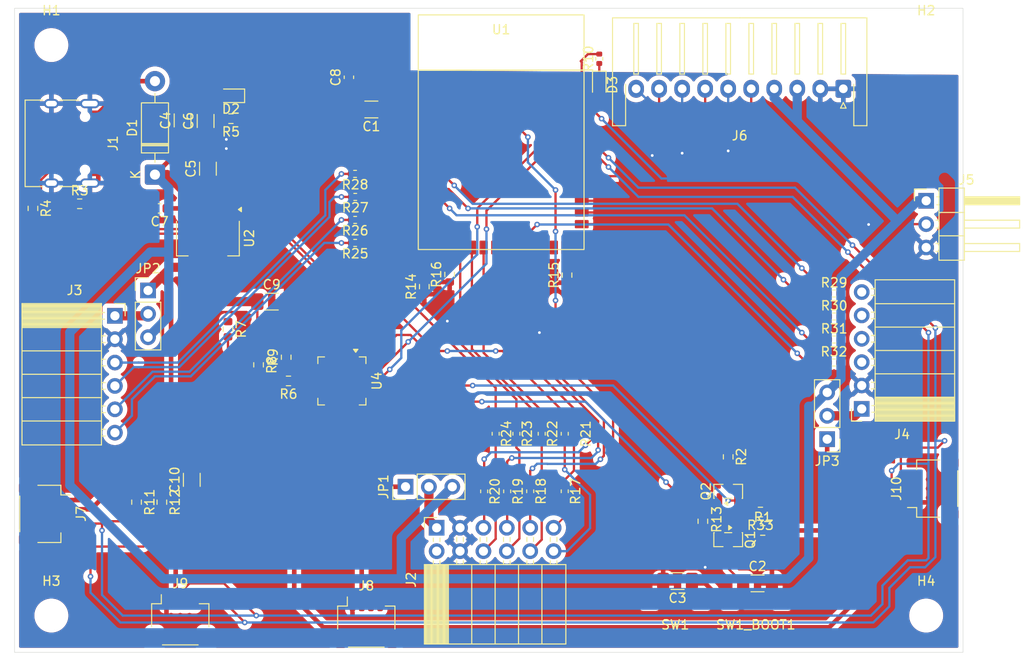
<source format=kicad_pcb>
(kicad_pcb (version 20241229) (generator "pcbnew") (generator_version "9.0")
  (layers (0 "F.Cu" signal) (2 "B.Cu" signal) (13 "F.Paste" user) (15 "B.Paste" user) (5 "F.SilkS" user "F.Silkscreen") (7 "B.SilkS" user "B.Silkscreen") (1 "F.Mask" user) (3 "B.Mask" user) (25 "Edge.Cuts" user))
  (net 0 "")
  (net 1 "+3V3")
  (net 2 "GND")
  (net 3 "/CHIP_PU")
  (net 4 "/GPIO0")
  (net 5 "+5V")
  (net 6 "VUSB")
  (net 7 "Net-(D2-A)")
  (net 8 "Net-(D3-K)")
  (net 9 "Net-(D3-A)")
  (net 10 "Net-(J1-CC2)")
  (net 12 "/USB_DP")
  (net 13 "/USB_DN")
  (net 14 "Net-(J1-CC1)")
  (net 16 "Net-(J2-Pin_7)")
  (net 17 "Net-(J2-Pin_8)")
  (net 18 "Net-(J2-Pin_12)")
  (net 19 "Net-(J2-Pin_2)")
  (net 20 "Net-(J2-Pin_3)")
  (net 21 "Net-(J2-Pin_1)")
  (net 22 "Net-(J2-Pin_4)")
  (net 23 "Net-(J2-Pin_9)")
  (net 24 "Net-(J2-Pin_10)")
  (net 25 "Net-(J3-Pin_3)")
  (net 26 "Net-(J3-Pin_1)")
  (net 27 "Net-(J3-Pin_2)")
  (net 28 "Net-(J3-Pin_4)")
  (net 29 "Net-(J4-Pin_2)")
  (net 30 "Net-(J4-Pin_1)")
  (net 31 "Net-(J4-Pin_4)")
  (net 32 "Net-(J4-Pin_3)")
  (net 33 "/SMART_LEDS")
  (net 34 "/DISPLAY_CS")
  (net 35 "/DISPLAY_EX1")
  (net 36 "/DISPLAY_MISO")
  (net 37 "/DISPLAY_EX2")
  (net 38 "/DISPLAY_MOSI")
  (net 39 "/DISPLAY_CLK")
  (net 40 "/I2C_SDA")
  (net 41 "/I2C_SCL")
  (net 42 "/DTR")
  (net 43 "/RTS")
  (net 44 "Net-(U4-~{SUSPEND})")
  (net 45 "Net-(U4-VBUS)")
  (net 46 "Net-(U4-~{RST})")
  (net 47 "Net-(U1-IO03-PD)")
  (net 48 "Net-(U1-IO45-PD)")
  (net 49 "Net-(U1-IO46-PD)")
  (net 50 "/PMOD0_IO1")
  (net 51 "/PMOD0_IO2")
  (net 52 "/PMOD0_IO3")
  (net 53 "/PMOD0_IO4")
  (net 54 "/PMOD0_IO7")
  (net 55 "/PMOD0_IO8")
  (net 56 "/PMOD0_IO9")
  (net 57 "/PMOD0_IO10")
  (net 58 "/PMOD1_IO1")
  (net 59 "/PMOD1_IO2")
  (net 60 "/PMOD1_IO3")
  (net 61 "/PMOD1_IO4")
  (net 62 "/PMOD2_IO1")
  (net 63 "/PMOD2_IO2")
  (net 64 "/PMOD2_IO3")
  (net 65 "/PMOD2_IO4")
  (net 74 "/ESP_TX_CP_RX")
  (net 75 "/ESP_RX_CP_TX")
  (net 92 "Net-(J3-Pin_6)")
  (net 93 "Net-(J4-Pin_6)")
  (net 94 "5V")
  (net 95 "Net-(Q1-B)")
  (net 96 "Net-(Q2-B)")
  (footprint "Conn_PMOD:PinSocket_PMOD_Half" (layer "F.Cu") (at 137 99.54 180)
    (property "Reference" "J4")
    (property "Value" "Conn_01x06")
  )
  (footprint "Connector_JST:JST_XH_S10B-XH-A-1_1x10_P2.50mm_Horizontal" (layer "F.Cu") (at 135 64.75 180)
    (property "Reference" "J6")
    (property "Value" "Conn_01x10")
  )
  (footprint "Diode_THT:D_DO-41_SOD81_P10.16mm_Horizontal" (layer "F.Cu") (at 60.25 74.08 90)
    (property "Reference" "D1")
    (property "Value" "1N5819")
  )
  (footprint "Connector_USB:USB_C_Receptacle_HRO_TYPE-C-31-M-12" (layer "F.Cu") (at 50.05 70.68 -90)
    (property "Reference" "J1")
    (property "Value" "USB_C_Receptacle_USB2.0_16P")
  )
  (footprint "Resistor_SMD:R_0603_1608Metric" (layer "F.Cu") (at 126 110.75 180)
    (property "Reference" "R33")
    (property "Value" "10k")
  )
  (footprint "Resistor_SMD:R_0402_1005Metric" (layer "F.Cu") (at 96 108.5 -90)
    (property "Reference" "R20")
    (property "Value" "220R")
  )
  (footprint "Capacitor_SMD:C_1206_3216Metric_Pad1.33x1.80mm_HandSolder" (layer "F.Cu") (at 63.25 68.1875 90)
    (property "Reference" "C4")
    (property "Value" "10u")
  )
  (footprint "Resistor_SMD:R_0402_1005Metric" (layer "F.Cu") (at 108.5 61.49 90)
    (property "Reference" "R10")
    (property "Value" "220R")
  )
  (footprint "Resistor_SMD:R_0402_1005Metric" (layer "F.Cu") (at 98.5 108.5 -90)
    (property "Reference" "R19")
    (property "Value" "220R")
  )
  (footprint "Package_DFN_QFN:QFN-28-1EP_5x5mm_P0.5mm_EP3.35x3.35mm" (layer "F.Cu") (at 80.55 96.5 -90)
    (property "Reference" "U4")
    (property "Value" "CP2102N-Axx-xQFN28")
  )
  (footprint "Conn_PMOD:PinSocket_PMOD_Half" (layer "F.Cu") (at 55.9 89.425)
    (property "Reference" "J3")
    (property "Value" "Conn_01x06")
  )
  (footprint "Connector_JST:JST_SH_SM04B-SRSS-TB_1x04-1MP_P1.00mm_Horizontal" (layer "F.Cu") (at 144.75 108.2 90)
    (property "Reference" "J10")
    (property "Value" "Conn_01x04")
  )
  (footprint "Resistor_SMD:R_0603_1608Metric" (layer "F.Cu") (at 105 85 90)
    (property "Reference" "R15")
    (property "Value" "10k")
  )
  (footprint "Conn_PMOD:PinSocket_PMOD_Full" (layer "F.Cu") (at 103.84 123.46 -90)
    (property "Reference" "J2")
    (property "Value" "PMOD0_FULL")
  )
  (footprint "Capacitor_SMD:C_1206_3216Metric_Pad1.33x1.80mm_HandSolder" (layer "F.Cu") (at 65.75 68.25 90)
    (property "Reference" "C6")
    (property "Value" "10u")
  )
  (footprint "MountingHole:MountingHole_3.2mm_M3_DIN965" (layer "F.Cu") (at 49 60)
    (property "Reference" "H1")
    (property "Value" "MountingHole")
  )
  (footprint "Resistor_SMD:R_0402_1005Metric" (layer "F.Cu") (at 101 108.49 -90)
    (property "Reference" "R18")
    (property "Value" "220R")
  )
  (footprint "Resistor_SMD:R_0603_1608Metric" (layer "F.Cu") (at 74.75 96.5 180)
    (property "Reference" "R6")
    (property "Value" "10k")
  )
  (footprint "Capacitor_SMD:C_0603_1608Metric" (layer "F.Cu") (at 60.75 77.75 180)
    (property "Reference" "C7")
    (property "Value" "100n")
  )
  (footprint "Package_TO_SOT_SMD:SOT-223-3_TabPin2" (layer "F.Cu") (at 66 81 -90)
    (property "Reference" "U2")
    (property "Value" "SGM2212-3.3XKC3G")
  )
  (footprint "Resistor_SMD:R_0402_1005Metric" (layer "F.Cu") (at 104.75 102.24 -90)
    (property "Reference" "R21")
    (property "Value" "220R")
  )
  (footprint "Capacitor_SMD:C_1206_3216Metric_Pad1.33x1.80mm_HandSolder" (layer "F.Cu") (at 66 73.4375 90)
    (property "Reference" "C5")
    (property "Value" "10u")
  )
  (footprint "Resistor_SMD:R_0603_1608Metric" (layer "F.Cu") (at 58.25 109.675 -90)
    (property "Reference" "R11")
    (property "Value" "5k1")
  )
  (footprint "Connector_JST:JST_SH_SM04B-SRSS-TB_1x04-1MP_P1.00mm_Horizontal" (layer "F.Cu") (at 83.2 122.75)
    (property "Reference" "J8")
    (property "Value" "Conn_01x04")
  )
  (footprint "Resistor_SMD:R_0603_1608Metric" (layer "F.Cu") (at 68.5 68 180)
    (property "Reference" "R5")
    (property "Value" "5k1")
  )
  (footprint "Connector_PinHeader_2.54mm:PinHeader_1x03_P2.54mm_Vertical" (layer "F.Cu") (at 133.25 102.83 180)
    (property "Reference" "JP3")
    (property "Value" "Jumper_3_Open")
  )
  (footprint "Resistor_SMD:R_0603_1608Metric" (layer "F.Cu") (at 68.18 90.88 -90)
    (property "Reference" "R7")
    (property "Value" "22.1k")
  )
  (footprint "RKL-ESP:ESP32-S3-WROOM" (layer "F.Cu") (at 97.845 64.22)
    (property "Reference" "U1")
    (property "Value" "ESP32-S3-WROOM")
  )
  (footprint "Resistor_SMD:R_0402_1005Metric" (layer "F.Cu") (at 97.25 102.24 -90)
    (property "Reference" "R24")
    (property "Value" "220R")
  )
  (footprint "Connector_JST:JST_SH_SM04B-SRSS-TB_1x04-1MP_P1.00mm_Horizontal" (layer "F.Cu") (at 63 122.5)
    (property "Reference" "J9")
    (property "Value" "Conn_01x04")
  )
  (footprint "Resistor_SMD:R_0402_1005Metric" (layer "F.Cu") (at 81.98 74 180)
    (property "Reference" "R28")
    (property "Value" "220R")
  )
  (footprint "Resistor_SMD:R_0402_1005Metric" (layer "F.Cu") (at 81.99 79 180)
    (property "Reference" "R26")
    (property "Value" "220R")
  )
  (footprint "Resistor_SMD:R_0402_1005Metric" (layer "F.Cu") (at 81.99 81.5 180)
    (property "Reference" "R25")
    (property "Value" "220R")
  )
  (footprint "RKL-ElectroMechanicalComponents:Tactile_switch" (layer "F.Cu") (at 125.5 122.5)
    (property "Reference" "SW1_BOOT1")
    (property "Value" "SW")
  )
  (footprint "Capacitor_SMD:C_1206_3216Metric_Pad1.33x1.80mm_HandSolder" (layer "F.Cu") (at 83.75 67 180)
    (property "Reference" "C1")
    (property "Value" "10u")
  )
  (footprint "Resistor_SMD:R_0402_1005Metric" (layer "F.Cu") (at 133.99 94.5)
    (property "Reference" "R32")
    (property "Value" "220R")
  )
  (footprint "Resistor_SMD:R_0402_1005Metric" (layer "F.Cu") (at 102.25 102.24 -90)
    (property "Reference" "R22")
    (property "Value" "220R")
  )
  (footprint "Connector_JST:JST_SH_SM04B-SRSS-TB_1x04-1MP_P1.00mm_Horizontal" (layer "F.Cu") (at 48.25 110.95 -90)
    (property "Reference" "J7")
    (property "Value" "Conn_01x04")
  )
  (footprint "Resistor_SMD:R_0603_1608Metric" (layer "F.Cu") (at 74.5 93.925 90)
    (property "Reference" "R9")
    (property "Value" "1k")
  )
  (footprint "LED_SMD:LED_0603_1608Metric" (layer "F.Cu") (at 108.5 64.325 -90)
    (property "Reference" "D3")
    (property "Value" "LED")
  )
  (footprint "Resistor_SMD:R_0603_1608Metric" (layer "F.Cu") (at 52.075 77.25)
    (property "Reference" "R3")
    (property "Value" "5k1")
  )
  (footprint "MountingHole:MountingHole_3.2mm_M3_DIN965" (layer "F.Cu") (at 144 122)
    (property "Reference" "H4")
    (property "Value" "MountingHole")
  )
  (footprint "Package_TO_SOT_SMD:SOT-23" (layer "F.Cu") (at 122.5 108.5 90)
    (property "Reference" "Q2")
    (property "Value" "L8080PLT1G")
  )
  (footprint "Resistor_SMD:R_0402_1005Metric" (layer "F.Cu") (at 134.01 92)
    (property "Reference" "R31")
    (property "Value" "220R")
  )
  (footprint "RKL-ElectroMechanicalComponents:Tactile_switch" (layer "F.Cu") (at 116.75 122.5)
    (property "Reference" "SW1")
    (property "Value" "SW")
  )
  (footprint "Resistor_SMD:R_0603_1608Metric" (layer "F.Cu") (at 47 77.75 -90)
    (property "Reference" "R4")
    (property "Value" "5k1")
  )
  (footprint "Resistor_SMD:R_0603_1608Metric" (layer "F.Cu") (at 71.5 94.75 -90)
    (property "Reference" "R8")
    (property "Value" "47.5k")
  )
  (footprint "Resistor_SMD:R_0402_1005Metric" (layer "F.Cu") (at 104.75 108.49 -90)
    (property "Reference" "R17")
    (property "Value" "220R")
  )
  (footprint "Resistor_SMD:R_0402_1005Metric" (layer "F.Cu") (at 82 76.5 180)
    (property "Reference" "R27")
    (property "Value" "220R")
  )
  (footprint "Resistor_SMD:R_0603_1608Metric" (layer "F.Cu") (at 89.5 86.25 90)
    (property "Reference" "R14")
    (property "Value" "10k")
  )
  (footprint "Resistor_SMD:R_0603_1608Metric" (layer "F.Cu") (at 122.5 104.75 -90)
    (property "Reference" "R2")
    (property "Value" "10k")
  )
  (footprint "Resistor_SMD:R_0402_1005Metric" (layer "F.Cu") (at 134.01 89.5)
    (property "Reference" "R30")
    (property "Value" "220R")
  )
  (footprint "Resistor_SMD:R_0603_1608Metric" (layer "F.Cu") (at 61 109.675 -90)
    (property "Reference" "R12")
    (property "Value" "5k1")
  )
  (footprint "Capacitor_SMD:C_1206_3216Metric_Pad1.33x1.80mm_HandSolder" (layer "F.Cu") (at 72.93 87.88)
    (property "Reference" "C9")
    (property "Value" "10u")
  )
  (footprint "Capacitor_SMD:C_1206_3216Metric_Pad1.33x1.80mm_HandSolder" (layer "F.Cu") (at 64.25 107.25 90)
    (property "Reference" "C10")
    (property "Value" "10u")
  )
  (footprint "Connector_PinHeader_2.54mm:PinHeader_1x03_P2.54mm_Vertical" (layer "F.Cu") (at 59.5 86.67)
    (property "Reference" "JP2")
    (property "Value" "Jumper_3_Open")
  )
  (footprint "Resistor_SMD:R_0402_1005Metric" (layer "F.Cu") (at 99.5 102.24 -90)
    (property "Reference" "R23")
    (property "Value" "220R")
  )
  (footprint "Connector_PinHeader_2.54mm:PinHeader_1x03_P2.54mm_Vertical" (layer "F.Cu") (at 87.46 108 90)
    (property "Reference" "JP1")
    (property "Value" "Jumper_3_Open")
  )
  (footprint "Resistor_SMD:R_0603_1608Metric" (layer "F.Cu") (at 126.25 112.75)
    (property "Reference" "R1")
    (property "Value" "10k")
  )
  (footprint "Package_TO_SOT_SMD:SOT-23" (layer "F.Cu") (at 122.5 113.75 -90)
    (property "Reference" "Q1")
    (property "Value" "L8080PLT1G")
  )
  (footprint "Resistor_SMD:R_0603_1608Metric" (layer "F.Cu") (at 92.25 84.925 90)
    (property "Reference" "R16")
    (property "Value" "10k")
  )
  (footprint "MountingHole:MountingHole_3.2mm_M3_DIN965" (layer "F.Cu") (at 144 60)
    (property "Reference" "H2")
    (property "Value" "MountingHole")
  )
  (footprint "Capacitor_SMD:C_1206_3216Metric_Pad1.33x1.80mm_HandSolder" (layer "F.Cu") (at 117 118.25 180)
    (property "Reference" "C3")
    (property "Value" "1u")
  )
  (footprint "Resistor_SMD:R_0402_1005Metric" (layer "F.Cu") (at 134 87)
    (property "Reference" "R29")
    (property "Value" "220R")
  )
  (footprint "Capacitor_SMD:C_1206_3216Metric_Pad1.33x1.80mm_HandSolder" (layer "F.Cu") (at 125.6875 118.5)
    (property "Reference" "C2")
    (property "Value" "1u")
  )
  (footprint "Connector_PinHeader_2.54mm:PinHeader_1x03_P2.54mm_Horizontal" (layer "F.Cu") (at 144 76.92)
    (property "Reference" "J5")
    (property "Value" "Conn_01x03_Pin")
  )
  (footprint "Resistor_SMD:R_0603_1608Metric" (layer "F.Cu") (at 119.75 111.75 -90)
    (property "Reference" "R13")
    (property "Value" "10k")
  )
  (footprint "LED_SMD:LED_0603_1608Metric" (layer "F.Cu") (at 68.5 65.5125 180)
    (property "Reference" "D2")
    (property "Value" "LED")
  )
  (footprint "MountingHole:MountingHole_3.2mm_M3_DIN965" (layer "F.Cu") (at 49 122)
    (property "Reference" "H3")
    (property "Value" "MountingHole")
  )
  (footprint "Capacitor_SMD:C_0603_1608Metric" (layer "F.Cu") (at 81.3125 63.5 90)
    (property "Reference" "C8")
    (property "Value" "100n")
  )
  (gr_rect (start 45 56) (end 148 126) (stroke (width 0.05)) (fill no) (layer "Edge.Cuts"))
  (segment (start 79.55 94.05) (end 79.55 93.55) (width 0.25) (layer "F.Cu") (net 1))
  (segment (start 124.175 103.925) (end 128.5 108.25) (width 0.5) (layer "F.Cu") (net 1))
  (segment (start 62 108.8125) (end 62 86.5) (width 0.5) (layer "F.Cu") (net 1))
  (segment (start 133.476 123.274) (end 78.524 123.274) (width 0.5) (layer "F.Cu") (net 1))
  (segment (start 62 86.5) (end 60.835 85.335) (width 0.5) (layer "F.Cu") (net 1))
  (segment (start 79.55 93.55) (end 79.05 93.05) (width 0.25) (layer "F.Cu") (net 1))
  (segment (start 122.5 103.925) (end 124.175 103.925) (width 0.5) (layer "F.Cu") (net 1))
  (segment (start 85.3125 67) (end 86.5 67) (width 0.5) (layer "F.Cu") (net 1))
  (segment (start 136.45 108.7) (end 142.75 108.7) (width 0.5) (layer "F.Cu") (net 1))
  (segment (start 54.925 108.825) (end 53.25 110.5) (width 0.5) (layer "F.Cu") (net 1))
  (segment (start 71.25 90.25) (end 71.3675 90.1325) (width 0.25) (layer "F.Cu") (net 1))
  (segment (start 75.375 108.9375) (end 75.25 108.8125) (width 0.5) (layer "F.Cu") (net 1))
  (segment (start 66 86.25) (end 67.63 87.88) (width 1) (layer "F.Cu") (net 1))
  (segment (start 85.3125 65.0625) (end 85.3125 67) (width 0.5) (layer "F.Cu") (net 1))
  (segment (start 133.25 105.5) (end 133.25 102.83) (width 0.5) (layer "F.Cu") (net 1))
  (segment (start 79.05 94.05) (end 79.05 93.05) (width 0.25) (layer "F.Cu") (net 1))
  (segment (start 61.0125 108.8125) (end 61 108.825) (width 0.5) (layer "F.Cu") (net 1))
  (segment (start 86.5 67) (end 88.01 65.49) (width 0.5) (layer "F.Cu") (net 1))
  (segment (start 136.45 108.7) (end 133.25 105.5) (width 0.5) (layer "F.Cu") (net 1))
  (segment (start 79.05 93.05) (end 77.75 91.75) (width 0.25) (layer "F.Cu") (net 1))
  (segment (start 80.4375 108.8125) (end 80.5 108.75) (width 0.5) (layer "F.Cu") (net 1))
  (segment (start 58.25 108.825) (end 54.925 108.825) (width 0.5) (layer "F.Cu") (net 1))
  (segment (start 136.45 108.7) (end 136.45 112.75) (width 0.5) (layer "F.Cu") (net 1))
  (segment (start 62.5 120) (end 62.5 114.5) (width 0.5) (layer "F.Cu") (net 1))
  (segment (start 84.525 64.275) (end 85.3125 65.0625) (width 0.5) (layer "F.Cu") (net 1))
  (segment (start 62.02 84.15) (end 60.835 85.335) (width 1) (layer "F.Cu") (net 1))
  (segment (start 72.75 91.75) (end 71.25 90.25) (width 0.25) (layer "F.Cu") (net 1))
  (segment (start 75.375 120.125) (end 75.375 108.9375) (width 0.5) (layer "F.Cu") (net 1))
  (segment (start 81.3125 64.275) (end 84.525 64.275) (width 0.5) (layer "F.Cu") (net 1))
  (segment (start 71.3675 90.1325) (end 71.3675 87.88) (width 0.25) (layer "F.Cu") (net 1))
  (segment (start 77.75 91.75) (end 72.75 91.75) (width 0.25) (layer "F.Cu") (net 1))
  (segment (start 88.01 65.49) (end 89.095 65.49) (width 0.5) (layer "F.Cu") (net 1))
  (segment (start 68.25 75) (end 66 75) (width 0.5) (layer "F.Cu") (net 1))
  (segment (start 66 75) (end 66 77.85) (width 1) (layer "F.Cu") (net 1))
  (segment (start 69.325 68) (end 76 68) (width 0.5) (layer "F.Cu") (net 1))
  (segment (start 80.5 108.75) (end 82.7 110.95) (width 0.5) (layer "F.Cu") (net 1))
  (segment (start 75.25 108.8125) (end 80.4375 108.8125) (width 0.5) (layer "F.Cu") (net 1))
  (segment (start 82.7 120) (end 82.7 120.774999) (width 0.5) (layer "F.Cu") (net 1))
  (segment (start 62.5 114.5) (end 64.25 112.75) (width 0.5) (layer "F.Cu") (net 1))
  (segment (start 69.325 73.925) (end 68.25 75) (width 0.5) (layer "F.Cu") (net 1))
  (segment (start 128.5 108.25) (end 128.5 112.75) (width 0.5) (layer "F.Cu") (net 1))
  (segment (start 53.25 110.5) (end 53.2 110.45) (width 0.5) (layer "F.Cu") (net 1))
  (segment (start 136.45 112.75) (end 136.45 120.3) (width 0.5) (layer "F.Cu") (net 1))
  (segment (start 62 108.8125) (end 61.0125 108.8125) (width 0.5) (layer "F.Cu") (net 1))
  (segment (start 69.325 68) (end 69.325 73.925) (width 0.5) (layer "F.Cu") (net 1))
  (segment (start 128.5 112.75) (end 127.075 112.75) (width 0.5) (layer "F.Cu") (net 1))
  (segment (start 53.2 110.45) (end 50.875 110.45) (width 0.5) (layer "F.Cu") (net 1))
  (segment (start 67.63 87.88) (end 71.3675 87.88) (width 1) (layer "F.Cu") (net 1))
  (segment (start 60.835 85.335) (end 59.5 86.67) (width 1) (layer "F.Cu") (net 1))
  (segment (start 128.5 112.75) (end 136.45 112.75) (width 0.5) (layer "F.Cu") (net 1))
  (segment (start 136.45 120.3) (end 133.476 123.274) (width 0.5) (layer "F.Cu") (net 1))
  (segment (start 81.25 108) (end 87.46 108) (width 0.5) (layer "F.Cu") (net 1))
  (segment (start 76 68) (end 79.725 64.275) (width 0.5) (layer "F.Cu") (net 1))
  (segment (start 82.7 110.95) (end 82.7 120) (width 0.5) (layer "F.Cu") (net 1))
  (segment (start 61 108.825) (end 58.25 108.825) (width 0.5) (layer "F.Cu") (net 1))
  (segment (start 78.524 123.274) (end 75.375 120.125) (width 0.5) (layer "F.Cu") (net 1))
  (segment (start 66 84.15) (end 66 86.25) (width 1) (layer "F.Cu") (net 1))
  (segment (start 64.25 108.8125) (end 75.25 108.8125) (width 0.5) (layer "F.Cu") (net 1))
  (segment (start 64.25 108.8125) (end 62 108.8125) (width 0.5) (layer "F.Cu") (net 1))
  (segment (start 80.5 108.75) (end 81.25 108) (width 0.5) (layer "F.Cu") (net 1))
  (segment (start 64.25 112.75) (end 64.25 108.8125) (width 0.5) (layer "F.Cu") (net 1))
  (segment (start 79.725 64.275) (end 81.3125 64.275) (width 0.5) (layer "F.Cu") (net 1))
  (segment (start 66 84.15) (end 62.02 84.15) (width 1) (layer "F.Cu") (net 1))
  (segment (start 54.095 73.93) (end 55.68 73.93) (width 0.5) (layer "F.Cu") (net 2))
  (segment (start 54.095 67.405) (end 55 66.5) (width 0.5) (layer "F.Cu") (net 2))
  (segment (start 55.75 74) (end 56 74.25) (width 0.5) (layer "F.Cu") (net 2))
  (segment (start 81.05 94.05) (end 81.05 92.55) (width 0.25) (layer "F.Cu") (net 2))
  (segment (start 81 92.5) (end 81.05 92.55) (width 0.25) (layer "F.Cu") (net 2))
  (segment (start 108.5 60.98) (end 107.27 60.98) (width 0.25) (layer "F.Cu") (net 2))
  (segment (start 107.27 60.98) (end 106.5 61.75) (width 0.25) (layer "F.Cu") (net 2))
  (segment (start 81.2 92.55) (end 82 91.75) (width 0.25) (layer "F.Cu") (net 2))
  (segment (start 106.595 61.845) (end 106.595 64.22) (width 0.25) (layer "F.Cu") (net 2))
  (segment (start 54.095 67.43) (end 54.095 67.405) (width 0.5) (layer "F.Cu") (net 2))
  (segment (start 56 74.25) (end 56 74.5) (width 0.5) (layer "F.Cu") (net 2))
  (segment (start 55 66.5) (end 55 64.5) (width 0.5) (layer "F.Cu") (net 2))
  (segment (start 81.05 92.55) (end 81.2 92.55) (width 0.25) (layer "F.Cu") (net 2))
  (segment (start 55.68 73.93) (end 55.75 74) (width 0.5) (layer "F.Cu") (net 2))
  (segment (start 106.5 61.75) (end 106.595 61.845) (width 0.25) (layer "F.Cu") (net 2))
  (via (at 68 71.25) (size 0.6) (drill 0.3) (layers "F.Cu" "B.Cu") (net 2))
  (via (at 92 90) (size 0.6) (drill 0.3) (layers "F.Cu" "B.Cu") (net 2))
  (via (at 102 91.25) (size 0.6) (drill 0.3) (layers "F.Cu" "B.Cu") (net 2))
  (via (at 68 70.25) (size 0.6) (drill 0.3) (layers "F.Cu" "B.Cu") (net 2))
  (segment (start 124.8125 114.6875) (end 122.5 114.6875) (width 0.25) (layer "F.Cu") (net 3))
  (segment (start 128.3 120.65) (end 124.4 120.65) (width 0.5) (layer "F.Cu") (net 3))
  (segment (start 110 110.25) (end 115.25 115.5) (width 0.25) (layer "F.Cu") (net 3))
  (segment (start 122.5 116) (end 122.1875 116) (width 0.25) (layer "F.Cu") (net 3))
  (segment (start 103.75 87.75) (end 103.75 93.75) (width 0.25) (layer "F.Cu") (net 3))
  (segment (start 122.5 116) (end 122.5 116.875) (width 0.25) (layer "F.Cu") (net 3))
  (segment (start 115.25 115.5) (end 121.6875 115.5) (width 0.25) (layer "F.Cu") (net 3))
  (segment (start 110 100) (end 110 110.25) (width 0.25) (layer "F.Cu") (net 3))
  (segment (start 89.095 66.76) (end 97.51 66.76) (width 0.25) (layer "F.Cu") (net 3))
  (segment (start 125.425 114.075) (end 124.8125 114.6875) (width 0.25) (layer "F.Cu") (net 3))
  (segment (start 125.425 112.75) (end 125.425 114.075) (width 0.25) (layer "F.Cu") (net 3))
  (segment (start 124.125 120.375) (end 124.125 118.5) (width 0.5) (layer "F.Cu") (net 3))
  (segment (start 122.5 114.6875) (end 122.5 116) (width 0.25) (layer "F.Cu") (net 3))
  (segment (start 122.1875 116) (end 121.6875 115.5) (width 0.25) (layer "F.Cu") (net 3))
  (segment (start 122.5 116.875) (end 124.125 118.5) (width 0.25) (layer "F.Cu") (net 3))
  (segment (start 103.75 93.75) (end 110 100) (width 0.25) (layer "F.Cu") (net 3))
  (segment (start 97.51 66.76) (end 100.75 70) (width 0.25) (layer "F.Cu") (net 3))
  (segment (start 124.4 120.65) (end 124.125 120.375) (width 0.5) (layer "F.Cu") (net 3))
  (segment (start 103.75 75.75) (end 103.75 80.25) (width 0.25) (layer "F.Cu") (net 3))
  (via (at 103.75 87.75) (size 0.6) (drill 0.3) (layers "F.Cu" "B.Cu") (net 3))
  (via (at 100.75 70) (size 0.6) (drill 0.3) (layers "F.Cu" "B.Cu") (net 3))
  (via (at 103.75 75.75) (size 0.6) (drill 0.3) (layers "F.Cu" "B.Cu") (net 3))
  (via (at 103.75 80.25) (size 0.6) (drill 0.3) (layers "F.Cu" "B.Cu") (net 3))
  (segment (start 103.75 80.25) (end 103.75 87.75) (width 0.25) (layer "B.Cu") (net 3))
  (segment (start 100.75 72.75) (end 103.75 75.75) (width 0.25) (layer "B.Cu") (net 3))
  (segment (start 100.75 70) (end 100.75 72.75) (width 0.25) (layer "B.Cu") (net 3))
  (segment (start 120 118.5) (end 120.75 119.25) (width 0.5) (layer "F.Cu") (net 4))
  (segment (start 122.5 105.575) (end 122.5 107.5625) (width 0.25) (layer "F.Cu") (net 4))
  (segment (start 120 118.5) (end 120 116.75) (width 0.5) (layer "F.Cu") (net 4))
  (segment (start 120.25 108.75) (end 121.4375 107.5625) (width 0.5) (layer "F.Cu") (net 4))
  (segment (start 118.5625 118.5) (end 120 118.5) (width 0.5) (layer "F.Cu") (net 4))
  (segment (start 121.4375 107.5625) (end 122.5 107.5625) (width 0.5) (layer "F.Cu") (net 4))
  (segment (start 120.75 119.75) (end 119.85 120.65) (width 0.5) (layer "F.Cu") (net 4))
  (segment (start 106.595 81.405) (end 106.595 80.73) (width 0.25) (layer "F.Cu") (net 4))
  (segment (start 119.85 120.65) (end 119.55 120.65) (width 0.5) (layer "F.Cu") (net 4))
  (segment (start 106.5 89.575) (end 106.5 81.5) (width 0.25) (layer "F.Cu") (net 4))
  (segment (start 106.5 81.5) (end 106.595 81.405) (width 0.25) (layer "F.Cu") (net 4))
  (segment (start 120.75 119.25) (end 120.75 119.75) (width 0.5) (layer "F.Cu") (net 4))
  (segment (start 122.5 105.575) (end 106.5 89.575) (width 0.25) (layer "F.Cu") (net 4))
  (via (at 120.25 108.75) (size 0.6) (drill 0.3) (layers "F.Cu" "B.Cu") (net 4))
  (via (at 120 116.75) (size 0.6) (drill 0.3) (layers "F.Cu" "B.Cu") (net 4))
  (segment (start 120 109) (end 120.25 108.75) (width 0.5) (layer "B.Cu") (net 4))
  (segment (start 120 116.75) (end 120 109) (width 0.5) (layer "B.Cu") (net 4))
  (segment (start 60.25 74.08) (end 61.58 74.08) (width 1) (layer "F.Cu") (net 5))
  (segment (start 63.7 76.3) (end 63.7 77.85) (width 1) (layer "F.Cu") (net 5))
  (segment (start 63.6 77.75) (end 63.7 77.85) (width 0.5) (layer "F.Cu") (net 5))
  (segment (start 63.25 69.75) (end 63.25 71.08) (width 0.5) (layer "F.Cu") (net 5))
  (segment (start 63.3125 69.8125) (end 63.25 69.75) (width 0.5) (layer "F.Cu") (net 5))
  (segment (start 63.25 71.08) (end 60.25 74.08) (width 0.5) (layer "F.Cu") (net 5))
  (segment (start 63.75 76.25) (end 63.7 76.3) (width 1) (layer "F.Cu") (net 5))
  (segment (start 61.525 77.75) (end 63.6 77.75) (width 0.5) (layer "F.Cu") (net 5))
  (segment (start 61.58 74.08) (end 63.75 76.25) (width 1) (layer "F.Cu") (net 5))
  (segment (start 65.75 69.8125) (end 63.3125 69.8125) (width 0.5) (layer "F.Cu") (net 5))
  (segment (start 87 118) (end 129 118) (width 1) (layer "B.Cu") (net 5))
  (segment (start 130 68.25) (end 127.5 65.75) (width 1) (layer "B.Cu") (net 5))
  (segment (start 61.165628 118) (end 87 118) (width 1) (layer "B.Cu") (net 5))
  (segment (start 127.5 65.75) (end 127.5 64.75) (width 1) (layer "B.Cu") (net 5))
  (segment (start 131.75 99.25) (end 133.25 97.75) (width 1) (layer "B.Cu") (net 5))
  (segment (start 134.75 96.25) (end 134.75 85.25) (width 1) (layer "B.Cu") (net 5))
  (segment (start 134.75 85.25) (end 140.875 79.125) (width 1) (layer "B.Cu") (net 5))
  (segment (start 143.08 76.92) (end 144 76.92) (width 1) (layer "B.Cu") (net 5))
  (segment (start 61.75 82.5) (end 59.723 82.5) (width 1) (layer "B.Cu") (net 5))
  (segment (start 59.723 82.5) (end 51 91.223) (width 1) (layer "B.Cu") (net 5))
  (segment (start 140.875 79.125) (end 143.08 76.92) (width 1) (layer "B.Cu") (net 5))
  (segment (start 87 118) (end 87 113.54) (width 1) (layer "B.Cu") (net 5))
  (segment (start 131.25 99.25) (end 131.75 99.25) (width 1) (layer "B.Cu") (net 5))
  (segment (start 131.25 115.75) (end 131.25 99.25) (width 1) (layer "B.Cu") (net 5))
  (segment (start 130 68.25) (end 130 64.75) (width 1) (layer "B.Cu") (net 5))
  (segment (start 129 118) (end 131.25 115.75) (width 1) (layer "B.Cu") (net 5))
  (segment (start 61.75 89.5) (end 59.5 91.75) (width 1) (layer "B.Cu") (net 5))
  (segment (start 60.25 74.08) (end 61.75 75.58) (width 1) (layer "B.Cu") (net 5))
  (segment (start 133.25 97.75) (end 134.75 96.25) (width 1) (layer "B.Cu") (net 5))
  (segment (start 87 113.54) (end 92.54 108) (width 1) (layer "B.Cu") (net 5))
  (segment (start 51 91.223) (end 51 107.834372) (width 1) (layer "B.Cu") (net 5))
  (segment (start 61.75 75.58) (end 61.75 82.5) (width 1) (layer "B.Cu") (net 5))
  (segment (start 61.75 82.5) (end 61.75 89.5) (width 1) (layer "B.Cu") (net 5))
  (segment (start 140.875 79.125) (end 130 68.25) (width 1) (layer "B.Cu") (net 5))
  (segment (start 51 107.834372) (end 61.165628 118) (width 1) (layer "B.Cu") (net 5))
  (segment (start 56 65.75) (end 57.83 63.92) (width 0.5) (layer "F.Cu") (net 6))
  (segment (start 56 67.55) (end 56 65.75) (width 0.5) (layer "F.Cu") (net 6))
  (segment (start 54.095 68.23) (end 55.32 68.23) (width 0.5) (layer "F.Cu") (net 6))
  (segment (start 57.83 63.92) (end 60.25 63.92) (width 0.5) (layer "F.Cu") (net 6))
  (segment (start 55.32 68.23) (end 56 67.55) (width 0.5) (layer "F.Cu") (net 6))
  (segment (start 67.7125 67.8875) (end 67.6 68) (width 0.25) (layer "F.Cu") (net 7))
  (segment (start 67.7125 65.5125) (end 67.7125 67.8875) (width 0.25) (layer "F.Cu") (net 7))
  (segment (start 108.5 63.5375) (end 108.5 62) (width 0.25) (layer "F.Cu") (net 8))
  (segment (start 106.605 65.5) (end 106.595 65.49) (width 0.25) (layer "F.Cu") (net 9))
  (segment (start 108.5 65.1125) (end 108.1125 65.5) (width 0.25) (layer "F.Cu") (net 9))
  (segment (start 108.1125 65.5) (end 106.605 65.5) (width 0.25) (layer "F.Cu") (net 9))
  (segment (start 54.095 72.43) (end 52.798636 72.43) (width 0.25) (layer "F.Cu") (net 10))
  (segment (start 52.798636 72.43) (end 51.25 73.978636) (width 0.25) (layer "F.Cu") (net 10))
  (segment (start 51.25 73.978636) (end 51.25 77.25) (width 0.25) (layer "F.Cu") (net 10))
  (segment (start 53.07 70.43) (end 52.75 70.75) (width 0.25) (layer "F.Cu") (net 12))
  (segment (start 80.55 86.55) (end 80.55 94.05) (width 0.25) (layer "F.Cu") (net 12))
  (segment (start 54.095 70.43) (end 53.07 70.43) (width 0.25) (layer "F.Cu") (net 12))
  (segment (start 50.524 78.774) (end 51.75 80) (width 0.25) (layer "F.Cu") (net 12))
  (segment (start 52.93 71.43) (end 54.095 71.43) (width 0.25) (layer "F.Cu") (net 12))
  (segment (start 52.75 71.25) (end 50.524 73.476) (width 0.25) (layer "F.Cu") (net 12))
  (segment (start 74 80) (end 80.55 86.55) (width 0.25) (layer "F.Cu") (net 12))
  (segment (start 50.524 73.476) (end 50.524 78.774) (width 0.25) (layer "F.Cu") (net 12))
  (segment (start 51.75 80) (end 74 80) (width 0.25) (layer "F.Cu") (net 12))
  (segment (start 52.75 70.75) (end 52.75 71.25) (width 0.25) (layer "F.Cu") (net 12))
  (segment (start 52.75 71.25) (end 52.93 71.43) (width 0.25) (layer "F.Cu") (net 12))
  (segment (start 51.61219 80.5) (end 73.86219 80.5) (width 0.25) (layer "F.Cu") (net 13))
  (segment (start 55.93 69.93) (end 54.095 69.93) (width 0.25) (layer "F.Cu") (net 13))
  (segment (start 47.874 74.65786) (end 47.874 76.76181) (width 0.25) (layer "F.Cu") (net 13))
  (segment (start 80.099 86.73681) (end 80.05 86.78581) (width 0.25) (layer "F.Cu") (net 13))
  (segment (start 47.874 76.76181) (end 51.61219 80.5) (width 0.25) (layer "F.Cu") (net 13))
  (segment (start 52.60186 69.93) (end 47.874 74.65786) (width 0.25) (layer "F.Cu") (net 13))
  (segment (start 54.095 69.93) (end 52.60186 69.93) (width 0.25) (layer "F.Cu") (net 13))
  (segment (start 73.86219 80.5) (end 80.099 86.73681) (width 0.25) (layer "F.Cu") (net 13))
  (segment (start 55.82 70.93) (end 56 70.75) (width 0.25) (layer "F.Cu") (net 13))
  (segment (start 54.095 70.93) (end 55.82 70.93) (width 0.25) (layer "F.Cu") (net 13))
  (segment (start 80.05 86.78581) (end 80.05 94.05) (width 0.25) (layer "F.Cu") (net 13))
  (segment (start 56 70.75) (end 56 70) (width 0.25) (layer "F.Cu") (net 13))
  (segment (start 56 70) (end 55.93 69.93) (width 0.25) (layer "F.Cu") (net 13))
  (segment (start 47 70) (end 47 76.925) (width 0.25) (layer "F.Cu") (net 14))
  (segment (start 47.57 69.43) (end 47 70) (width 0.25) (layer "F.Cu") (net 14))
  (segment (start 54.095 69.43) (end 47.57 69.43) (width 0.25) (layer "F.Cu") (net 14))
  (segment (start 104.75 102.75) (end 104.75 106.13781) (width 0.25) (layer "F.Cu") (net 16))
  (via (at 104.75 106.13781) (size 0.6) (drill 0.3) (layers "F.Cu" "B.Cu") (net 16))
  (segment (start 107.5 108.88781) (end 107.5 112.5) (width 0.25) (layer "B.Cu") (net 16))
  (segment (start 104.75 106.13781) (end 107.5 108.88781) (width 0.25) (layer "B.Cu") (net 16))
  (segment (start 107.5 112.5) (end 105 115) (width 0.25) (layer "B.Cu") (net 16))
  (segment (start 105 115) (end 103.54 115) (width 0.25) (layer "B.Cu") (net 16))
  (segment (start 102.25 113.75) (end 102.25 102.75) (width 0.25) (layer "F.Cu") (net 17))
  (segment (start 101 115) (end 102.25 113.75) (width 0.25) (layer "F.Cu") (net 17))
  (segment (start 90 111.62) (end 90.84 112.46) (width 1) (layer "F.Cu") (net 18))
  (segment (start 90 108) (end 90 111.62) (width 1) (layer "F.Cu") (net 18))
  (segment (start 101 109) (end 101 112.46) (width 0.25) (layer "F.Cu") (net 19))
  (segment (start 98.5 112.42) (end 98.46 112.46) (width 0.25) (layer "F.Cu") (net 20))
  (segment (start 98.5 109.01) (end 98.5 112.42) (width 0.25) (layer "F.Cu") (net 20))
  (segment (start 103.54 112.46) (end 104.75 111.25) (width 0.2) (layer "F.Cu") (net 21))
  (segment (start 104.75 111.25) (end 104.75 109) (width 0.2) (layer "F.Cu") (net 21))
  (segment (start 103.5 112.42) (end 103.54 112.46) (width 0.2) (layer "F.Cu") (net 21))
  (segment (start 96 112.38) (end 95.92 112.46) (width 0.25) (layer "F.Cu") (net 22))
  (segment (start 96 109.01) (end 96 112.38) (width 0.25) (layer "F.Cu") (net 22))
  (segment (start 99.824 104.074) (end 99.5 103.75) (width 0.25) (layer "F.Cu") (net 23))
  (segment (start 98.46 115) (end 99.824 113.636) (width 0.25) (layer "F.Cu") (net 23))
  (segment (start 99.5 103.75) (end 99.5 102.75) (width 0.25) (layer "F.Cu") (net 23))
  (segment (start 99.824 113.636) (end 99.824 104.074) (width 0.25) (layer "F.Cu") (net 23))
  (segment (start 97.25 113.67) (end 97.25 102.75) (width 0.25) (layer "F.Cu") (net 24))
  (segment (start 95.92 115) (end 97.25 113.67) (width 0.25) (layer "F.Cu") (net 24))
  (segment (start 81.49 76.5) (end 80.5 76.5) (width 0.25) (layer "F.Cu") (net 25))
  (via (at 80.5 76.5) (size 0.6) (drill 0.3) (layers "F.Cu" "B.Cu") (net 25))
  (segment (start 57.945 95) (end 55.9 97.045) (width 0.25) (layer "B.Cu") (net 25))
  (segment (start 79.201 78.68681) (end 62.88781 95) (width 0.25) (layer "B.Cu") (net 25))
  (segment (start 62.88781 95) (end 57.945 95) (width 0.25) (layer "B.Cu") (net 25))
  (segment (start 79.201 77.049) (end 79.201 78.68681) (width 0.25) (layer "B.Cu") (net 25))
  (segment (start 79.75 76.5) (end 79.201 77.049) (width 0.25) (layer "B.Cu") (net 25))
  (segment (start 80.5 76.5) (end 79.75 76.5) (width 0.25) (layer "B.Cu") (net 25))
  (segment (start 81.48 81.5) (end 80.5 81.5) (width 0.25) (layer "F.Cu") (net 26))
  (via (at 80.5 81.5) (size 0.6) (drill 0.3) (layers "F.Cu" "B.Cu") (net 26))
  (segment (start 57.75 100.275) (end 55.9 102.125) (width 0.25) (layer "B.Cu") (net 26))
  (segment (start 57.75 98.5) (end 57.75 100.275) (width 0.25) (layer "B.Cu") (net 26))
  (segment (start 64.13781 96) (end 60.25 96) (width 0.25) (layer "B.Cu") (net 26))
  (segment (start 78.63781 81.5) (end 64.13781 96) (width 0.25) (layer "B.Cu") (net 26))
  (segment (start 80.5 81.5) (end 78.63781 81.5) (width 0.25) (layer "B.Cu") (net 26))
  (segment (start 60.25 96) (end 57.75 98.5) (width 0.25) (layer "B.Cu") (net 26))
  (segment (start 81.48 79) (end 80.5 79) (width 0.25) (layer "F.Cu") (net 27))
  (via (at 80.5 79) (size 0.6) (drill 0.3) (layers "F.Cu" "B.Cu") (net 27))
  (segment (start 59.985 95.5) (end 55.9 99.585) (width 0.25) (layer "B.Cu") (net 27))
  (segment (start 80.5 79) (end 64 95.5) (width 0.25) (layer "B.Cu") (net 27))
  (segment (start 64 95.5) (end 59.985 95.5) (width 0.25) (layer "B.Cu") (net 27))
  (segment (start 81.47 74) (end 80.5 74) (width 0.25) (layer "F.Cu") (net 28))
  (segment (start 58.475 94.505) (end 58.48 94.5) (width 0.25) (layer "F.Cu") (net 28))
  (via (at 80.5 74) (size 0.6) (drill 0.3) (layers "F.Cu" "B.Cu") (net 28))
  (segment (start 78.75 78.5) (end 62.745 94.505) (width 0.25) (layer "B.Cu") (net 28))
  (segment (start 62.745 94.505) (end 55.9 94.505) (width 0.25) (layer "B.Cu") (net 28))
  (segment (start 78.75 75.75) (end 78.75 78.5) (width 0.25) (layer "B.Cu") (net 28))
  (segment (start 80.5 74) (end 78.75 75.75) (width 0.25) (layer "B.Cu") (net 28))
  (segment (start 137.75 79.5) (end 137.79 79.46) (width 0.25) (layer "F.Cu") (net 33))
  (segment (start 107.51 66.76) (end 108.75 68) (width 0.25) (layer "F.Cu") (net 33))
  (segment (start 106.595 66.76) (end 107.51 66.76) (width 0.25) (layer "F.Cu") (net 33))
  (segment (start 137.79 79.46) (end 144 79.46) (width 0.25) (layer "F.Cu") (net 33))
  (via (at 108.75 68) (size 0.6) (drill 0.3) (layers "F.Cu" "B.Cu") (net 33))
  (via (at 137.75 79.5) (size 0.6) (drill 0.3) (layers "F.Cu" "B.Cu") (net 33))
  (segment (start 132.75 74.5) (end 137.75 79.5) (width 0.25) (layer "B.Cu") (net 33))
  (segment (start 108.75 68) (end 115.25 74.5) (width 0.25) (layer "B.Cu") (net 33))
  (segment (start 115.25 74.5) (end 132.75 74.5) (width 0.25) (layer "B.Cu") (net 33))
  (segment (start 120 67.5) (end 120 64.75) (width 0.25) (layer "F.Cu") (net 34))
  (segment (start 108.4 75.65) (end 108.75 76) (width 0.25) (layer "F.Cu") (net 34))
  (segment (start 106.595 75.65) (end 108.4 75.65) (width 0.25) (layer "F.Cu") (net 34))
  (segment (start 111.5 76) (end 120 67.5) (width 0.25) (layer "F.Cu") (net 34))
  (segment (start 108.75 76) (end 111.5 76) (width 0.25) (layer "F.Cu") (net 34))
  (segment (start 106.595 74.38) (end 107.88 74.38) (width 0.25) (layer "F.Cu") (net 35))
  (segment (start 110 75) (end 111.25 75) (width 0.25) (layer "F.Cu") (net 35))
  (segment (start 107.88 74.38) (end 108 74.5) (width 0.25) (layer "F.Cu") (net 35))
  (segment (start 108.5 75) (end 110 75) (width 0.25) (layer "F.Cu") (net 35))
  (segment (start 108 74.5) (end 108.5 75) (width 0.25) (layer "F.Cu") (net 35))
  (segment (start 111.25 75) (end 114.25 72) (width 0.25) (layer "F.Cu") (net 35))
  (via (at 114.25 72) (size 0.6) (drill 0.3) (layers "F.Cu" "B.Cu") (net 35))
  (segment (start 114.25 72) (end 114.25 66.5) (width 0.25) (layer "B.Cu") (net 35))
  (segment (start 114.25 66.5) (end 112.5 64.75) (width 0.25) (layer "B.Cu") (net 35))
  (segment (start 114.31 78.19) (end 125 67.5) (width 0.25) (layer "F.Cu") (net 36))
  (segment (start 125 67.5) (end 125 64.75) (width 0.25) (layer "F.Cu") (net 36))
  (segment (start 106.595 78.19) (end 114.31 78.19) (width 0.25) (layer "F.Cu") (net 36))
  (segment (start 110.75 74.25) (end 115 70) (width 0.25) (layer "F.Cu") (net 37))
  (segment (start 106.595 73.11) (end 107.344999 73.11) (width 0.25) (layer "F.Cu") (net 37))
  (segment (start 107.344999 73.11) (end 108.484999 74.25) (width 0.25) (layer "F.Cu") (net 37))
  (segment (start 115 70) (end 115 64.75) (width 0.25) (layer "F.Cu") (net 37))
  (segment (start 108.484999 74.25) (end 110.75 74.25) (width 0.25) (layer "F.Cu") (net 37))
  (segment (start 106.595 79.46) (end 114.54 79.46) (width 0.25) (layer "F.Cu") (net 38))
  (segment (start 114.54 79.46) (end 122.5 71.5) (width 0.25) (layer "F.Cu") (net 38))
  (via (at 122.5 71.5) (size 0.6) (drill 0.3) (layers "F.Cu" "B.Cu") (net 38))
  (segment (start 122.5 71.5) (end 122.5 64.75) (width 0.25) (layer "B.Cu") (net 38))
  (segment (start 112.33 76.92) (end 117.5 71.75) (width 0.25) (layer "F.Cu") (net 39))
  (segment (start 106.595 76.92) (end 112.33 76.92) (width 0.25) (layer "F.Cu") (net 39))
  (via (at 117.5 71.75) (size 0.6) (drill 0.3) (layers "F.Cu" "B.Cu") (net 39))
  (segment (start 117.5 71.75) (end 117.5 64.75) (width 0.25) (layer "B.Cu") (net 39))
  (segment (start 63.5 120.5) (end 63.5 119) (width 0.25) (layer "F.Cu") (net 40))
  (segment (start 63.5 119) (end 64 118.5) (width 0.25) (layer "F.Cu") (net 40))
  (segment (start 54.5 112) (end 53 112) (width 0.25) (layer "F.Cu") (net 40))
  (segment (start 106.595 71.84) (end 108.09 71.84) (width 0.25) (layer "F.Cu") (net 40))
  (segment (start 140.7 107.7) (end 142.75 107.7) (width 0.25) (layer "F.Cu") (net 40))
  (segment (start 108.09 71.84) (end 109.5 73.25) (width 0.25) (layer "F.Cu") (net 40))
  (segment (start 135.5 82.5) (end 144.25 91.25) (width 0.25) (layer "F.Cu") (net 40))
  (segment (start 140.25 107.25) (end 140.7 107.7) (width 0.25) (layer "F.Cu") (net 40))
  (segment (start 57.75 111.75) (end 58.25 111.25) (width 0.25) (layer "F.Cu") (net 40))
  (segment (start 67.75 118.5) (end 71.25 122) (width 0.25) (layer "F.Cu") (net 40))
  (segment (start 54.5 112.75) (end 54.5 112) (width 0.25) (layer "F.Cu") (net 40))
  (segment (start 64 118.5) (end 67.75 118.5) (width 0.25) (layer "F.Cu") (net 40))
  (segment (start 52.45 111.45) (end 50.25 111.45) (width 0.25) (layer "F.Cu") (net 40))
  (segment (start 53 112) (end 52.45 111.45) (width 0.25) (layer "F.Cu") (net 40))
  (segment (start 54.5 112) (end 54.75 111.75) (width 0.25) (layer "F.Cu") (net 40))
  (segment (start 58.25 111.25) (end 58.25 110.5) (width 0.25) (layer "F.Cu") (net 40))
  (segment (start 140.25 106.25) (end 140.25 107.25) (width 0.25) (layer "F.Cu") (net 40))
  (segment (start 54.75 111.75) (end 57.75 111.75) (width 0.25) (layer "F.Cu") (net 40))
  (via (at 71.25 122) (size 0.6) (drill 0.3) (layers "F.Cu" "B.Cu") (net 40))
  (via (at 109.5 73.25) (size 0.6) (drill 0.3) (layers "F.Cu" "B.Cu") (net 40))
  (via (at 140.25 106.25) (size 0.6) (drill 0.3) (layers "F.Cu" "B.Cu") (net 40))
  (via (at 135.5 82.5) (size 0.6) (drill 0.3) (layers "F.Cu" "B.Cu") (net 40))
  (via (at 144.25 91.25) (size 0.6) (drill 0.3) (layers "F.Cu" "B.Cu") (net 40))
  (via (at 54.5 112.75) (size 0.6) (drill 0.3) (layers "F.Cu" "B.Cu") (net 40))
  (segment (start 144 116) (end 144.25 115.75) (width 0.25) (layer "B.Cu") (net 40))
  (segment (start 144.25 115.75) (end 144.25 105.5) (width 0.25) (layer "B.Cu") (net 40))
  (segment (start 54.5 112.75) (end 54.5 119.75) (width 0.25) (layer "B.Cu") (net 40))
  (segment (start 54.5 119.75) (end 56.75 122) (width 0.25) (layer "B.Cu") (net 40))
  (segment (start 129.5 76.5) (end 112.75 76.5) (width 0.25) (layer "B.Cu") (net 40))
  (segment (start 56.75 122) (end 71.25 122) (width 0.25) (layer "B.Cu") (net 40))
  (segment (start 141 105.5) (end 140.25 106.25) (width 0.25) (layer "B.Cu") (net 40))
  (segment (start 142 116) (end 144 116) (width 0.25) (layer "B.Cu") (net 40))
  (segment (start 129.5 76.5) (end 135.5 82.5) (width 0.25) (layer "B.Cu") (net 40))
  (segment (start 112.75 76.5) (end 109.5 73.25) (width 0.25) (layer "B.Cu") (net 40))
  (segment (start 139.25 120.75) (end 139.25 118.75) (width 0.25) (layer "B.Cu") (net 40))
  (segment (start 144.25 105.5) (end 144.25 91.25) (width 0.25) (layer "B.Cu") (net 40))
  (segment (start 139.25 118.75) (end 142 116) (width 0.25) (layer "B.Cu") (net 40))
  (segment (start 144.25 105.5) (end 141 105.5) (width 0.25) (layer "B.Cu") (net 40))
  (segment (start 71.25 122) (end 138 122) (width 0.25) (layer "B.Cu") (net 40))
  (segment (start 138 122) (end 139.25 120.75) (width 0.25) (layer "B.Cu") (net 40))
  (segment (start 141.45 106.7) (end 141.25 106.5) (width 0.25) (layer "F.Cu") (net 41))
  (segment (start 106.595 70.57) (end 107.82 70.57) (width 0.25) (layer "F.Cu") (net 41))
  (segment (start 59 114.5) (end 61 112.5) (width 0.25) (layer "F.Cu") (net 41))
  (segment (start 67.75 120.5) (end 70 122.75) (width 0.25) (layer "F.Cu") (net 41))
  (segment (start 142.25 103.75) (end 142.75 103.75) (width 0.25) (layer "F.Cu") (net 41))
  (segment (start 141.25 104.75) (end 142.25 103.75) (width 0.25) (layer "F.Cu") (net 41))
  (segment (start 145.25 103.75) (end 146 103) (width 0.25) (layer "F.Cu") (net 41))
  (segment (start 136 81.75) (end 145 90.75) (width 0.25) (layer "F.Cu") (net 41))
  (segment (start 61 112.5) (end 61 110.5) (width 0.25) (layer "F.Cu") (net 41))
  (segment (start 53.25 114.5) (end 53.25 113.5) (width 0.25) (layer "F.Cu") (net 41))
  (segment (start 142.75 103.75) (end 145.25 103.75) (width 0.25) (layer "F.Cu") (net 41))
  (segment (start 52.2 112.45) (end 50.25 112.45) (width 0.25) (layer "F.Cu") (net 41))
  (segment (start 142.75 106.7) (end 141.45 106.7) (width 0.25) (layer "F.Cu") (net 41))
  (segment (start 53.25 113.5) (end 52.2 112.45) (width 0.25) (layer "F.Cu") (net 41))
  (segment (start 141.25 106.5) (end 141.25 104.75) (width 0.25) (layer "F.Cu") (net 41))
  (segment (start 107.82 70.57) (end 109.5 72.25) (width 0.25) (layer "F.Cu") (net 41))
  (segment (start 53.25 114.5) (end 59 114.5) (width 0.25) (layer "F.Cu") (net 41))
  (segment (start 64.5 120.5) (end 67.75 120.5) (width 0.25) (layer "F.Cu") (net 41))
  (segment (start 53.25 117.75) (end 53.25 114.5) (width 0.25) (layer "F.Cu") (net 41))
  (via (at 53.25 117.75) (size 0.6) (drill 0.3) (layers "F.Cu" "B.Cu") (net 41))
  (via (at 70 122.75) (size 0.6) (drill 0.3) (layers "F.Cu" "B.Cu") (net 41))
  (via (at 145 90.75) (size 0.6) (drill 0.3) (layers "F.Cu" "B.Cu") (net 41))
  (via (at 146 103) (size 0.6) (drill 0.3) (layers "F.Cu" "B.Cu") (net 41))
  (via (at 136 81.75) (size 0.6) (drill 0.3) (layers "F.Cu" "B.Cu") (net 41))
  (via (at 109.5 72.25) (size 0.6) (drill 0.3) (layers "F.Cu" "B.Cu") (net 41))
  (segment (start 140 119) (end 140 121) (width 0.25) (layer "B.Cu") (net 41))
  (segment (start 145 103) (end 145 115.63781) (width 0.25) (layer "B.Cu") (net 41))
  (segment (start 138.25 122.75) (end 70 122.75) (width 0.25) (layer "B.Cu") (net 41))
  (segment (start 145 115.63781) (end 143.88781 116.75) (width 0.25) (layer "B.Cu") (net 41))
  (segment (start 70 122.75) (end 56.5 122.75) (width 0.25) (layer "B.Cu") (net 41))
  (segment (start 143.88781 116.75) (end 143.75 116.75) (width 0.25) (layer "B.Cu") (net 41))
  (segment (start 112.75 75.5) (end 129.75 75.5) (width 0.25) (layer "B.Cu") (net 41))
  (segment (start 145 92.5) (end 145 103) (width 0.25) (layer "B.Cu") (net 41))
  (segment (start 142.25 116.75) (end 140 119) (width 0.25) (layer "B.Cu") (net 41))
  (segment (start 145 90.75) (end 145 92.5) (width 0.25) (layer "B.Cu") (net 41))
  (segment (start 53.25 119.5) (end 53.25 117.75) (width 0.25) (layer "B.Cu") (net 41))
  (segment (start 56.5 122.75) (end 53.25 119.5) (width 0.25) (layer "B.Cu") (net 41))
  (segment (start 109.5 72.25) (end 112.75 75.5) (width 0.25) (layer "B.Cu") (net 41))
  (segment (start 143.75 116.75) (end 142.25 116.75) (width 0.25) (layer "B.Cu") (net 41))
  (segment (start 146 103) (end 145 103) (width 0.25) (layer "B.Cu") (net 41))
  (segment (start 140 121) (end 138.25 122.75) (width 0.25) (layer "B.Cu") (net 41))
  (segment (start 129.75 75.5) (end 136 81.75) (width 0.25) (layer "B.Cu") (net 41))
  (segment (start 123.3875 109.5) (end 123.45 109.4375) (width 0.25) (layer "F.Cu") (net 42))
  (segment (start 125.175 110.175) (end 125.175 110.75) (width 0.25) (layer "F.Cu") (net 42))
  (segment (start 88 91.5) (end 93.5 97) (width 0.25) (layer "F.Cu") (net 42))
  (segment (start 93.5 97) (end 94.75 97) (width 0.25) (layer "F.Cu") (net 42))
  (segment (start 124.4375 109.4375) (end 125.175 110.175) (width 0.25) (layer "F.Cu") (net 42))
  (segment (start 122.5 109.5) (end 123.3875 109.5) (width 0.25) (layer "F.Cu") (net 42))
  (segment (start 123.45 109.4375) (end 124.4375 109.4375) (width 0.25) (layer "F.Cu") (net 42))
  (segment (start 83 95) (end 86.5 91.5) (width 0.25) (layer "F.Cu") (net 42))
  (segment (start 87.75 91.5) (end 88 91.5) (width 0.25) (layer "F.Cu") (net 42))
  (segment (start 86.5 91.5) (end 87.75 91.5) (width 0.25) (layer "F.Cu") (net 42))
  (via (at 94.75 97) (size 0.6) (drill 0.3) (layers "F.Cu" "B.Cu") (net 42))
  (via (at 122.5 109.5) (size 0.6) (drill 0.3) (layers "F.Cu" "B.Cu") (net 42))
  (segment (start 110 97) (end 122.5 109.5) (width 0.25) (layer "B.Cu") (net 42))
  (segment (start 94.75 97) (end 110 97) (width 0.25) (layer "B.Cu") (net 42))
  (segment (start 90 97) (end 91.75 98.75) (width 0.25) (layer "F.Cu") (net 43))
  (segment (start 118.325 112.575) (end 117 111.25) (width 0.25) (layer "F.Cu") (net 43))
  (segment (start 119.75 113.75) (end 120.5 114.5) (width 0.25) (layer "F.Cu") (net 43))
  (segment (start 119.75 112.575) (end 118.325 112.575) (width 0.25) (layer "F.Cu") (net 43))
  (segment (start 115.75 107.5) (end 117 108.75) (width 0.25) (layer "F.Cu") (net 43))
  (segment (start 121.25 114.5) (end 121.55 114.2) (width 0.25) (layer "F.Cu") (net 43))
  (segment (start 91.75 98.75) (end 95.75 98.75) (width 0.25) (layer "F.Cu") (net 43))
  (segment (start 119.75 112.575) (end 119.75 113.75) (width 0.25) (layer "F.Cu") (net 43))
  (segment (start 117 111.25) (end 117 108.75) (width 0.25) (layer "F.Cu") (net 43))
  (segment (start 120.5 114.5) (end 121.25 114.5) (width 0.25) (layer "F.Cu") (net 43))
  (segment (start 121.55 114.2) (end 121.55 112.8125) (width 0.25) (layer "F.Cu") (net 43))
  (segment (start 83 97) (end 90 97) (width 0.25) (layer "F.Cu") (net 43))
  (via (at 95.75 98.75) (size 0.6) (drill 0.3) (layers "F.Cu" "B.Cu") (net 43))
  (via (at 115.75 107.5) (size 0.6) (drill 0.3) (layers "F.Cu" "B.Cu") (net 43))
  (segment (start 95.75 98.75) (end 107 98.75) (width 0.25) (layer "B.Cu") (net 43))
  (segment (start 107 98.75) (end 115.75 107.5) (width 0.25) (layer "B.Cu") (net 43))
  (segment (start 78.1 96.5) (end 75.575 96.5) (width 0.25) (layer "F.Cu") (net 44))
  (segment (start 76.75 95) (end 78.1 95) (width 0.25) (layer "F.Cu") (net 45))
  (segment (start 68.18 92.93) (end 69.25 94) (width 0.25) (layer "F.Cu") (net 45))
  (segment (start 69.325 93.925) (end 71.5 93.925) (width 0.25) (layer "F.Cu") (net 45))
  (segment (start 75.675 93.925) (end 76.75 95) (width 0.25) (layer "F.Cu") (net 45))
  (segment (start 69.25 94) (end 69.325 93.925) (width 0.25) (layer "F.Cu") (net 45))
  (segment (start 71.5 93.925) (end 75.675 93.925) (width 0.25) (layer "F.Cu") (net 45))
  (segment (start 68.18 91.705) (end 68.18 92.93) (width 0.25) (layer "F.Cu") (net 45))
  (segment (start 78.1 95.5) (end 76.5 95.5) (width 0.25) (layer "F.Cu") (net 46))
  (segment (start 75.75 94.75) (end 74.5 94.75) (width 0.25) (layer "F.Cu") (net 46))
  (segment (start 76.5 95.5) (end 75.75 94.75) (width 0.25) (layer "F.Cu") (net 46))
  (segment (start 90.86 83.39) (end 89.5 84.75) (width 0.2) (layer "F.Cu") (net 47))
  (segment (start 90.86 81.96) (end 90.86 83.39) (width 0.2) (layer "F.Cu") (net 47))
  (segment (start 89.5 84.75) (end 89.5 85.425) (width 0.2) (layer "F.Cu") (net 47))
  (segment (start 104.83 84.005) (end 105 84.175) (width 0.2) (layer "F.Cu") (net 48))
  (segment (start 104.83 82) (end 104.83 84.005) (width 0.2) (layer "F.Cu") (net 48))
  (segment (start 92.13 81.96) (end 92.13 83.98) (width 0.2) (layer "F.Cu") (net 49))
  (segment (start 92.13 83.98) (end 92.25 84.1) (width 0.2) (layer "F.Cu") (net 49))
  (segment (start 104.75 107.25) (end 105.75 106.25) (width 0.25) (layer "F.Cu") (net 50))
  (segment (start 105.75 101) (end 98 93.25) (width 0.25) (layer "F.Cu") (net 50))
  (segment (start 86.25 88.75) (end 86.25 74.25) (width 0.25) (layer "F.Cu") (net 50))
  (segment (start 105.75 106.25) (end 105.75 101) (width 0.25) (layer "F.Cu") (net 50))
  (segment (start 92 93.25) (end 90.75 93.25) (width 0.25) (layer "F.Cu") (net 50))
  (segment (start 90.75 93.25) (end 86.25 88.75) (width 0.25) (layer "F.Cu") (net 50))
  (segment (start 104.75 107.98) (end 104.75 107.25) (width 0.25) (layer "F.Cu") (net 50))
  (segment (start 87.39 73.11) (end 89.095 73.11) (width 0.25) (layer "F.Cu") (net 50))
  (segment (start 98 93.25) (end 97.25 93.25) (width 0.25) (layer "F.Cu") (net 50))
  (segment (start 86.25 74.25) (end 87.39 73.11) (width 0.25) (layer "F.Cu") (net 50))
  (via (at 92 93.25) (size 0.6) (drill 0.3) (layers "F.Cu" "B.Cu") (net 50))
  (via (at 97.25 93.25) (size 0.6) (drill 0.3) (layers "F.Cu" "B.Cu") (net 50))
  (segment (start 97.25 93.25) (end 92 93.25) (width 0.25) (layer "B.Cu") (net 50))
  (segment (start 101.25 106) (end 101 106.25) (width 0.25) (layer "F.Cu") (net 51))
  (segment (start 108.624 105.01281) (end 109 104.63681) (width 0.25) (layer "F.Cu") (net 51))
  (segment (start 109 104.63681) (end 109 100.75) (width 0.25) (layer "F.Cu") (net 51))
  (segment (start 109 100.75) (end 99.75 91.5) (width 0.25) (layer "F.Cu") (net 51))
  (segment (start 99.75 91.5) (end 99.75 82) (width 0.25) (layer "F.Cu") (net 51))
  (segment (start 101 106.25) (end 101 107.98) (width 0.25) (layer "F.Cu") (net 51))
  (via (at 108.624 105.01281) (size 0.6) (drill 0.3) (layers "F.Cu" "B.Cu") (net 51))
  (via (at 101.25 106) (size 0.6) (drill 0.3) (layers "F.Cu" "B.Cu") (net 51))
  (segment (start 102.86119 105.5) (end 102.874 105.51281) (width 0.25) (layer "B.Cu") (net 51))
  (segment (start 108.624 105.01281) (end 108.124 105.51281) (width 0.25) (layer "B.Cu") (net 51))
  (segment (start 101.75 105.5) (end 102.86119 105.5) (width 0.25) (layer "B.Cu") (net 51))
  (segment (start 101.75 105.5) (end 101.25 106) (width 0.25) (layer "B.Cu") (net 51))
  (segment (start 108.124 105.51281) (end 102.874 105.51281) (width 0.25) (layer "B.Cu") (net 51))
  (segment (start 98.875 104.875) (end 98.5 105.25) (width 0.25) (layer "F.Cu") (net 52))
  (segment (start 98.48 90.98) (end 98.48 82) (width 0.25) (layer "F.Cu") (net 52))
  (segment (start 99 104.875) (end 98.875 104.875) (width 0.25) (layer "F.Cu") (net 52))
  (segment (start 98.5 105.25) (end 98.5 107.99) (width 0.25) (layer "F.Cu") (net 52))
  (segment (start 108.374 104.01281) (end 108.374 100.874) (width 0.25) (layer "F.Cu") (net 52))
  (segment (start 108.374 100.874) (end 98.48 90.98) (width 0.25) (layer "F.Cu") (net 52))
  (via (at 108.374 104.01281) (size 0.6) (drill 0.3) (layers "F.Cu" "B.Cu") (net 52))
  (via (at 99 104.875) (size 0.6) (drill 0.3) (layers "F.Cu" "B.Cu") (net 52))
  (segment (start 107.632298 104.88781) (end 108.374 104.146108) (width 0.25) (layer "B.Cu") (net 52))
  (segment (start 108.374 104.146108) (end 108.374 104.01281) (width 0.25) (layer "B.Cu") (net 52))
  (segment (start 99 104.875) (end 107.619488 104.875) (width 0.25) (layer "B.Cu") (net 52))
  (segment (start 107.619488 104.875) (end 107.632298 104.88781) (width 0.25) (layer "B.Cu") (net 52))
  (segment (start 107 103.5) (end 107.5 103) (width 0.25) (layer "F.Cu") (net 53))
  (segment (start 97.21 90.96) (end 97.21 82) (width 0.25) (layer "F.Cu") (net 53))
  (segment (start 96 105) (end 96 107.99) (width 0.25) (layer "F.Cu") (net 53))
  (segment (start 107.5 103) (end 107.5 101.25) (width 0.25) (layer "F.Cu") (net 53))
  (segment (start 107.5 101.25) (end 97.21 90.96) (width 0.25) (layer "F.Cu") (net 53))
  (via (at 107 103.5) (size 0.6) (drill 0.3) (layers "F.Cu" "B.Cu") (net 53))
  (via (at 96 105) (size 0.6) (drill 0.3) (layers "F.Cu" "B.Cu") (net 53))
  (segment (start 106.25 104.25) (end 96.75 104.25) (width 0.25) (layer "B.Cu") (net 53))
  (segment (start 106.25 104.25) (end 107 103.5) (width 0.25) (layer "B.Cu") (net 53))
  (segment (start 96.75 104.25) (end 96 105) (width 0.25) (layer "B.Cu") (net 53))
  (segment (start 95.94 93.44) (end 102.5 100) (width 0.25) (layer "F.Cu") (net 54))
  (segment (start 104 100) (end 104.75 100.75) (width 0.25) (layer "F.Cu") (net 54))
  (segment (start 104.75 100.75) (end 104.75 101.73) (width 0.25) (layer "F.Cu") (net 54))
  (segment (start 102.5 100) (end 104 100) (width 0.25) (layer "F.Cu") (net 54))
  (segment (start 95.94 93.44) (end 95.94 82) (width 0.25) (layer "F.Cu") (net 54))
  (segment (start 102.25 100.61219) (end 102.25 101.73) (width 0.25) (layer "F.Cu") (net 55))
  (segment (start 94.67 93.03219) (end 102.25 100.61219) (width 0.25) (layer "F.Cu") (net 55))
  (segment (start 94.67 82) (end 94.67 93.03219) (width 0.25) (layer "F.Cu") (net 55))
  (segment (start 99.5 98.5) (end 93.4 92.4) (width 0.25) (layer "F.Cu") (net 56))
  (segment (start 99.5 98.5) (end 99.5 101.73) (width 0.25) (layer "F.Cu") (net 56))
  (segment (start 93.4 82) (end 93.4 92.4) (width 0.25) (layer "F.Cu") (net 56))
  (segment (start 87.56 78.19) (end 89.095 78.19) (width 0.25) (layer "F.Cu") (net 57))
  (segment (start 97.25 97.25) (end 97.25 101.73) (width 0.25) (layer "F.Cu") (net 57))
  (segment (start 97.25 97.25) (end 87 87) (width 0.25) (layer "F.Cu") (net 57))
  (segment (start 87 87) (end 87 78.75) (width 0.25) (layer "F.Cu") (net 57))
  (segment (start 87 78.75) (end 87.56 78.19) (width 0.25) (layer "F.Cu") (net 57))
  (segment (start 88.02219 71.84) (end 89.095 71.84) (width 0.25) (layer "F.Cu") (net 58))
  (segment (start 82.5 81.5) (end 85.5 78.5) (width 0.25) (layer "F.Cu") (net 58))
  (segment (start 85.5 74.36219) (end 88.02219 71.84) (width 0.25) (layer "F.Cu") (net 58))
  (segment (start 85.5 78.5) (end 85.5 74.36219) (width 0.25) (layer "F.Cu") (net 58))
  (segment (start 83.049 79) (end 85.049 77) (width 0.25) (layer "F.Cu") (net 59))
  (segment (start 82.5 79) (end 83.049 79) (width 0.25) (layer "F.Cu") (net 59))
  (segment (start 85.049 73.451) (end 87.93 70.57) (width 0.25) (layer "F.Cu") (net 59))
  (segment (start 87.93 70.57) (end 89.095 70.57) (width 0.25) (layer "F.Cu") (net 59))
  (segment (start 85.049 77) (end 85.049 73.451) (width 0.25) (layer "F.Cu") (net 59))
  (segment (start 84.25 75.75) (end 84.25 73.25) (width 0.25) (layer "F.Cu") (net 60))
  (segment (start 84.25 73.25) (end 88.2 69.3) (width 0.25) (layer "F.Cu") (net 60))
  (segment (start 82.51 76.5) (end 83.5 76.5) (width 0.25) (layer "F.Cu") (net 60))
  (segment (start 88.2 69.3) (end 89.095 69.3) (width 0.25) (layer "F.Cu") (net 60))
  (segment (start 83.5 76.5) (end 84.25 75.75) (width 0.25) (layer "F.Cu") (net 60))
  (segment (start 83.25 74) (end 83.5 73.75) (width 0.25) (layer "F.Cu") (net 61))
  (segment (start 82.49 74) (end 83.25 74) (width 0.25) (layer "F.Cu") (net 61))
  (segment (start 87.78 68.03) (end 89.095 68.03) (width 0.25) (layer "F.Cu") (net 61))
  (segment (start 87.78 68.03) (end 83.5 72.31) (width 0.25) (layer "F.Cu") (net 61))
  (segment (start 83.5 72.31) (end 83.5 73.75) (width 0.25) (layer "F.Cu") (net 61))
  (segment (start 89.095 74.38) (end 91.88 74.38) (width 0.25) (layer "F.Cu") (net 62))
  (segment (start 91.88 74.38) (end 92.75 75.25) (width 0.25) (layer "F.Cu") (net 62))
  (segment (start 133.25 87) (end 133.49 87) (width 0.25) (layer "F.Cu") (net 62))
  (segment (start 130.5 84.25) (end 133.25 87) (width 0.25) (layer "F.Cu") (net 62))
  (via (at 130.5 84.25) (size 0.6) (drill 0.3) (layers "F.Cu" "B.Cu") (net 62))
  (via (at 92.75 75.25) (size 0.6) (drill 0.3) (layers "F.Cu" "B.Cu") (net 62))
  (segment (start 92.75 75.25) (end 94.75 77.25) (width 0.25) (layer "B.Cu") (net 62))
  (segment (start 123.5 77.25) (end 130.5 84.25) (width 0.25) (layer "B.Cu") (net 62))
  (segment (start 94.75 77.25) (end 123.5 77.25) (width 0.25) (layer "B.Cu") (net 62))
  (segment (start 132.5 89.5) (end 133.5 89.5) (width 0.25) (layer "F.Cu") (net 63))
  (segment (start 92.15 75.65) (end 89.095 75.65) (width 0.25) (layer "F.Cu") (net 63))
  (segment (start 94.25 77.75) (end 92.15 75.65) (width 0.25) (layer "F.Cu") (net 63))
  (segment (start 129 86) (end 132.5 89.5) (width 0.25) (layer "F.Cu") (net 63))
  (segment (start 129 86) (end 128.5 85.5) (width 0.25) (layer "F.Cu") (net 63))
  (via (at 128.5 85.5) (size 0.6) (drill 0.3) (layers "F.Cu" "B.Cu") (net 63))
  (via (at 94.25 77.75) (size 0.6) (drill 0.3) (layers "F.Cu" "B.Cu") (net 63))
  (segment (start 128.5 85.5) (end 120.75 77.75) (width 0.25) (layer "B.Cu") (net 63))
  (segment (start 120.75 77.75) (end 94.25 77.75) (width 0.25) (layer "B.Cu") (net 63))
  (segment (start 133.5 92) (end 131.25 92) (width 0.25) (layer "F.Cu") (net 64))
  (segment (start 91.42 76.92) (end 89.095 76.92) (width 0.25) (layer "F.Cu") (net 64))
  (segment (start 92.25 77.75) (end 91.42 76.92) (width 0.25) (layer "F.Cu") (net 64))
  (segment (start 131.25 92) (end 130.5 91.25) (width 0.25) (layer "F.Cu") (net 64))
  (via (at 130.5 91.25) (size 0.6) (drill 0.3) (layers "F.Cu" "B.Cu") (net 64))
  (via (at 92.25 77.75) (size 0.6) (drill 0.3) (layers "F.Cu" "B.Cu") (net 64))
  (segment (start 130.5 91.25) (end 117.75 78.5) (width 0.25) (layer "B.Cu") (net 64))
  (segment (start 93 78.5) (end 92.25 77.75) (width 0.25) (layer "B.Cu") (net 64))
  (segment (start 96 78.5) (end 93 78.5) (width 0.25) (layer "B.Cu") (net 64))
  (segment (start 117.75 78.5) (end 96 78.5) (width 0.25) (layer "B.Cu") (net 64))
  (segment (start 131 94.5) (end 130 93.5) (width 0.25) (layer "F.Cu") (net 65))
  (segment (start 101.02 80.23) (end 101.02 82) (width 0.25) (layer "F.Cu") (net 65))
  (segment (start 101.75 79.5) (end 101.02 80.23) (width 0.25) (layer "F.Cu") (net 65))
  (segment (start 133.48 94.5) (end 131 94.5) (width 0.25) (layer "F.Cu") (net 65))
  (via (at 130 93.5) (size 0.6) (drill 0.3) (layers "F.Cu" "B.Cu") (net 65))
  (via (at 101.75 79.5) (size 0.6) (drill 0.3) (layers "F.Cu" "B.Cu") (net 65))
  (segment (start 116 79.5) (end 101.75 79.5) (width 0.25) (layer "B.Cu") (net 65))
  (segment (start 130 93.5) (end 116 79.5) (width 0.25) (layer "B.Cu") (net 65))
  (segment (start 84.5 96.5) (end 85.75 95.25) (width 0.25) (layer "F.Cu") (net 74))
  (segment (start 95.25 77.75) (end 105 68) (width 0.25) (layer "F.Cu") (net 74))
  (segment (start 95.25 79.75) (end 95.25 77.75) (width 0.25) (layer "F.Cu") (net 74))
  (segment (start 83 96.5) (end 84.5 96.5) (width 0.25) (layer "F.Cu") (net 74))
  (segment (start 105 68) (end 105.03 68.03) (width 0.25) (layer "F.Cu") (net 74))
  (segment (start 105.03 68.03) (end 106.595 68.03) (width 0.25) (layer "F.Cu") (net 74))
  (via (at 95.25 79.75) (size 0.6) (drill 0.3) (layers "F.Cu" "B.Cu") (net 74))
  (via (at 85.75 95.25) (size 0.6) (drill 0.3) (layers "F.Cu" "B.Cu") (net 74))
  (segment (start 85.75 95.25) (end 87 94) (width 0.25) (layer "B.Cu") (net 74))
  (segment (start 87 94) (end 87 91) (width 0.25) (layer "B.Cu") (net 74))
  (segment (start 95.25 82.75) (end 95.25 79.75) (width 0.25) (layer "B.Cu") (net 74))
  (segment (start 87 91) (end 95.25 82.75) (width 0.25) (layer "B.Cu") (net 74))
  (segment (start 96.25 80) (end 96.25 78) (width 0.25) (layer "F.Cu") (net 75))
  (segment (start 84 96) (end 87.75 92.25) (width 0.25) (layer "F.Cu") (net 75))
  (segment (start 104.95 69.3) (end 106.595 69.3) (width 0.25) (layer "F.Cu") (net 75))
  (segment (start 96.25 78) (end 104.95 69.3) (width 0.25) (layer "F.Cu") (net 75))
  (segment (start 83 96) (end 84 96) (width 0.25) (layer "F.Cu") (net 75))
  (via (at 87.75 92.25) (size 0.6) (drill 0.3) (layers "F.Cu" "B.Cu") (net 75))
  (via (at 96.25 80) (size 0.6) (drill 0.3) (layers "F.Cu" "B.Cu") (net 75))
  (segment (start 96.25 83.75) (end 96.25 80) (width 0.25) (layer "B.Cu") (net 75))
  (segment (start 87.75 92.25) (end 96.25 83.75) (width 0.25) (layer "B.Cu") (net 75))
  (segment (start 59.285 89.425) (end 59.5 89.21) (width 1) (layer "F.Cu") (net 92))
  (segment (start 55.9 89.425) (end 59.285 89.425) (width 1) (layer "F.Cu") (net 92))
  (segment (start 136.25 100.29) (end 137 99.54) (width 1) (layer "F.Cu") (net 93))
  (segment (start 133.25 100.29) (end 136.25 100.29) (width 1) (layer "F.Cu") (net 93))
  (segment (start 126.825 110.75) (end 125.626 111.949) (width 0.25) (layer "F.Cu") (net 95))
  (segment (start 125.626 111.949) (end 124.3135 111.949) (width 0.25) (layer "F.Cu") (net 95))
  (segment (start 124.3135 111.949) (end 123.45 112.8125) (width 0.25) (layer "F.Cu") (net 95))
  (segment (start 119.75 110.925) (end 119.75 110.5) (width 0.25) (layer "F.Cu") (net 96))
  (segment (start 120.8125 109.4375) (end 121.55 109.4375) (width 0.25) (layer "F.Cu") (net 96))
  (segment (start 119.75 110.5) (end 120.8125 109.4375) (width 0.25) (layer "F.Cu") (net 96))
  (zone (net 2) (net_name "GND") (layers "F.Cu" "B.Cu") (connect_pads (clearance 0.5)) (min_thickness 0.25) (fill yes (thermal_gap 0.5) (thermal_bridge_width 0.5))
    (polygon (pts (xy 149.25 126.5) (xy 44.25 126.5) (xy 44.5 55.5) (xy 88 55.5) (xy 88 62.75) (xy 149 63.25)))
  )
)
</source>
